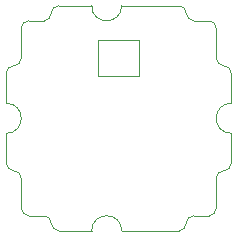
<source format=gm1>
G04 #@! TF.GenerationSoftware,KiCad,Pcbnew,5.1.5*
G04 #@! TF.CreationDate,2020-05-28T17:34:41+02:00*
G04 #@! TF.ProjectId,amoeba-king,616d6f65-6261-42d6-9b69-6e672e6b6963,rev?*
G04 #@! TF.SameCoordinates,Original*
G04 #@! TF.FileFunction,Profile,NP*
%FSLAX46Y46*%
G04 Gerber Fmt 4.6, Leading zero omitted, Abs format (unit mm)*
G04 Created by KiCad (PCBNEW 5.1.5) date 2020-05-28 17:34:41*
%MOMM*%
%LPD*%
G04 APERTURE LIST*
%ADD10C,0.100000*%
G04 APERTURE END LIST*
D10*
X75685000Y-159131000D02*
G75*
G02X73145000Y-159131000I-1270000J0D01*
G01*
X77189000Y-162065500D02*
X73687000Y-162065500D01*
X77189000Y-165086500D02*
X77189000Y-162065500D01*
X73687000Y-165086500D02*
X77189000Y-165086500D01*
X73687000Y-162065500D02*
X73687000Y-165086500D01*
X83058000Y-176911000D02*
X81788000Y-176911000D01*
X84963000Y-169926000D02*
G75*
G02X84963000Y-167386000I0J1270000D01*
G01*
X84963000Y-169926000D02*
X84963000Y-172466000D01*
X65913000Y-169926000D02*
X65913000Y-172466000D01*
X70358000Y-159131000D02*
X73145000Y-159131000D01*
X65913000Y-167386000D02*
G75*
G02X65913000Y-169926000I0J-1270000D01*
G01*
X70358000Y-178181000D02*
X73145000Y-178181000D01*
X75685000Y-178181000D02*
G75*
G03X73145000Y-178181000I-1270000J0D01*
G01*
X83693000Y-176276000D02*
X83693000Y-173736000D01*
X81153000Y-177546000D02*
G75*
G02X80518000Y-178181000I-635000J0D01*
G01*
X81153000Y-177546000D02*
G75*
G02X81788000Y-176911000I635000J0D01*
G01*
X83693000Y-176276000D02*
G75*
G02X83058000Y-176911000I-635000J0D01*
G01*
X84963000Y-172466000D02*
G75*
G02X84328000Y-173101000I-635000J0D01*
G01*
X83693000Y-173736000D02*
G75*
G02X84328000Y-173101000I635000J0D01*
G01*
X67818000Y-176911000D02*
X69088000Y-176911000D01*
X67183000Y-173736000D02*
X67183000Y-176276000D01*
X70358000Y-178181000D02*
G75*
G02X69723000Y-177546000I0J635000D01*
G01*
X69088000Y-176911000D02*
G75*
G02X69723000Y-177546000I0J-635000D01*
G01*
X67818000Y-176911000D02*
G75*
G02X67183000Y-176276000I0J635000D01*
G01*
X66548000Y-173101000D02*
G75*
G02X67183000Y-173736000I0J-635000D01*
G01*
X66548000Y-173101000D02*
G75*
G02X65913000Y-172466000I0J635000D01*
G01*
X67183000Y-161036000D02*
X67183000Y-163576000D01*
X67818000Y-160401000D02*
X69088000Y-160401000D01*
X65913000Y-164846000D02*
G75*
G02X66548000Y-164211000I635000J0D01*
G01*
X67183000Y-163576000D02*
G75*
G02X66548000Y-164211000I-635000J0D01*
G01*
X67183000Y-161036000D02*
G75*
G02X67818000Y-160401000I635000J0D01*
G01*
X69723000Y-159766000D02*
G75*
G02X70358000Y-159131000I635000J0D01*
G01*
X69723000Y-159766000D02*
G75*
G02X69088000Y-160401000I-635000J0D01*
G01*
X83693000Y-161036000D02*
X83693000Y-163576000D01*
X81788000Y-160401000D02*
X83058000Y-160401000D01*
X80518000Y-159131000D02*
G75*
G02X81153000Y-159766000I0J-635000D01*
G01*
X81788000Y-160401000D02*
G75*
G02X81153000Y-159766000I0J635000D01*
G01*
X83058000Y-160401000D02*
G75*
G02X83693000Y-161036000I0J-635000D01*
G01*
X84328000Y-164211000D02*
G75*
G02X83693000Y-163576000I0J635000D01*
G01*
X84328000Y-164211000D02*
G75*
G02X84963000Y-164846000I0J-635000D01*
G01*
X80518000Y-159131000D02*
X75685000Y-159131000D01*
X75685000Y-178181000D02*
X80518000Y-178181000D01*
X65913000Y-167386000D02*
X65913000Y-164846000D01*
X84963000Y-167386000D02*
X84963000Y-164846000D01*
M02*

</source>
